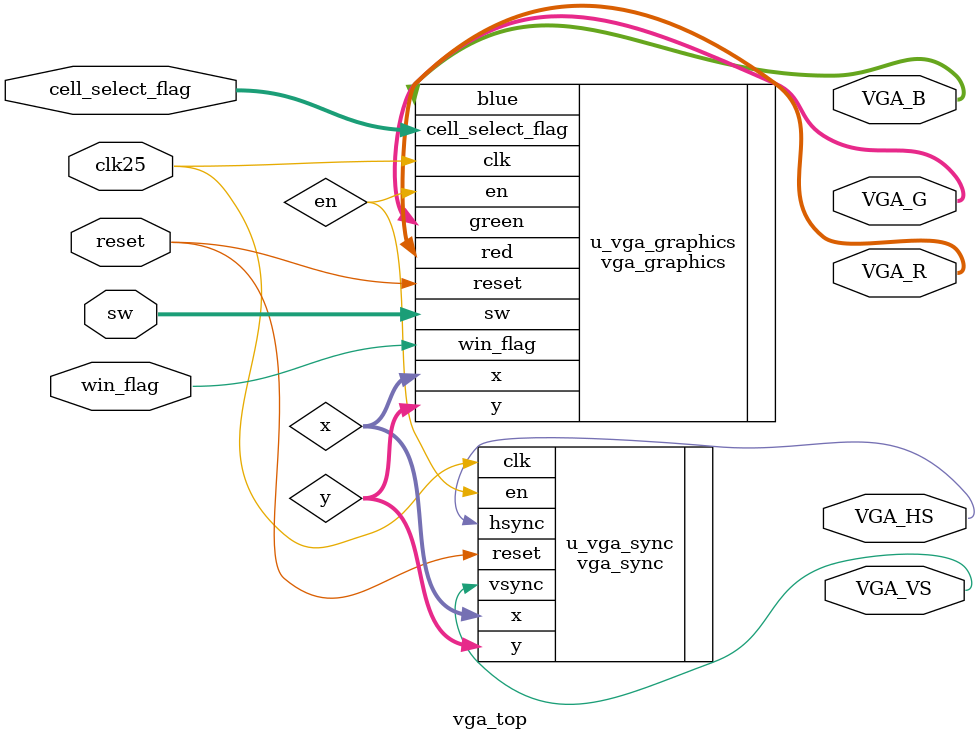
<source format=v>
module vga_top (
    input  wire       clk25,
    input  wire       reset,
    input  wire [17:0] sw,
    input  wire [8:0] cell_select_flag,
    input  wire        win_flag,
    output wire       VGA_HS,
    output wire       VGA_VS,
    output wire [3:0] VGA_R,
    output wire [3:0] VGA_G,
    output wire [3:0] VGA_B
);

    // Internal signals
    wire [9:0] x, y;
    wire en;
    
    // VGA sync generator
    vga_sync u_vga_sync (
        .clk(clk25),
        .reset(reset),
        .x(x),
        .y(y),
        .hsync(VGA_HS),
        .vsync(VGA_VS),
        .en(en)
    );
    
    // VGA graphics generator
    vga_graphics u_vga_graphics (
        .clk(clk25),
        .reset(reset),
        .x(x),
        .y(y),
        .en(en),
        .sw(sw),
        .cell_select_flag(cell_select_flag),
        .win_flag(win_flag),
        .red(VGA_R),
        .green(VGA_G),
        .blue(VGA_B)
    );

endmodule
</source>
